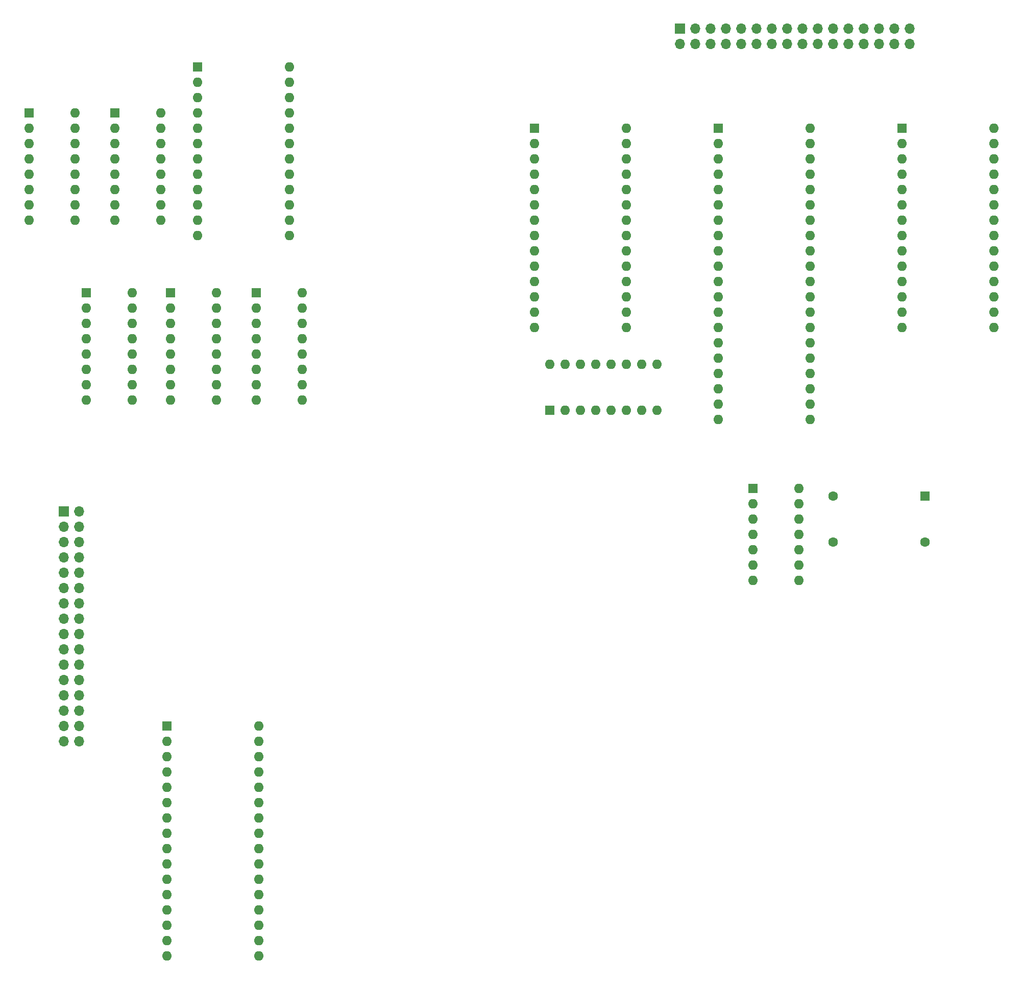
<source format=gbr>
%TF.GenerationSoftware,KiCad,Pcbnew,(6.0.4)*%
%TF.CreationDate,2022-04-27T21:45:16+02:00*%
%TF.ProjectId,z80,7a38302e-6b69-4636-9164-5f7063625858,rev?*%
%TF.SameCoordinates,Original*%
%TF.FileFunction,Soldermask,Bot*%
%TF.FilePolarity,Negative*%
%FSLAX46Y46*%
G04 Gerber Fmt 4.6, Leading zero omitted, Abs format (unit mm)*
G04 Created by KiCad (PCBNEW (6.0.4)) date 2022-04-27 21:45:16*
%MOMM*%
%LPD*%
G01*
G04 APERTURE LIST*
%ADD10R,1.600000X1.600000*%
%ADD11O,1.600000X1.600000*%
%ADD12R,1.700000X1.700000*%
%ADD13O,1.700000X1.700000*%
%ADD14C,1.600000*%
G04 APERTURE END LIST*
D10*
%TO.C,CPU1*%
X132075000Y-52075000D03*
D11*
X132075000Y-54615000D03*
X132075000Y-57155000D03*
X132075000Y-59695000D03*
X132075000Y-62235000D03*
X132075000Y-64775000D03*
X132075000Y-67315000D03*
X132075000Y-69855000D03*
X132075000Y-72395000D03*
X132075000Y-74935000D03*
X132075000Y-77475000D03*
X132075000Y-80015000D03*
X132075000Y-82555000D03*
X132075000Y-85095000D03*
X132075000Y-87635000D03*
X132075000Y-90175000D03*
X132075000Y-92715000D03*
X132075000Y-95255000D03*
X132075000Y-97795000D03*
X132075000Y-100335000D03*
X147315000Y-100335000D03*
X147315000Y-97795000D03*
X147315000Y-95255000D03*
X147315000Y-92715000D03*
X147315000Y-90175000D03*
X147315000Y-87635000D03*
X147315000Y-85095000D03*
X147315000Y-82555000D03*
X147315000Y-80015000D03*
X147315000Y-77475000D03*
X147315000Y-74935000D03*
X147315000Y-72395000D03*
X147315000Y-69855000D03*
X147315000Y-67315000D03*
X147315000Y-64775000D03*
X147315000Y-62235000D03*
X147315000Y-59695000D03*
X147315000Y-57155000D03*
X147315000Y-54615000D03*
X147315000Y-52075000D03*
%TD*%
D10*
%TO.C,SW9*%
X27305000Y-79375000D03*
D11*
X27305000Y-81915000D03*
X27305000Y-84455000D03*
X27305000Y-86995000D03*
X27305000Y-89535000D03*
X27305000Y-92075000D03*
X27305000Y-94615000D03*
X27305000Y-97155000D03*
X34925000Y-97155000D03*
X34925000Y-94615000D03*
X34925000Y-92075000D03*
X34925000Y-89535000D03*
X34925000Y-86995000D03*
X34925000Y-84455000D03*
X34925000Y-81915000D03*
X34925000Y-79375000D03*
%TD*%
D10*
%TO.C,RAM1*%
X162555000Y-52055000D03*
D11*
X162555000Y-54595000D03*
X162555000Y-57135000D03*
X162555000Y-59675000D03*
X162555000Y-62215000D03*
X162555000Y-64755000D03*
X162555000Y-67295000D03*
X162555000Y-69835000D03*
X162555000Y-72375000D03*
X162555000Y-74915000D03*
X162555000Y-77455000D03*
X162555000Y-79995000D03*
X162555000Y-82535000D03*
X162555000Y-85075000D03*
X177795000Y-85075000D03*
X177795000Y-82535000D03*
X177795000Y-79995000D03*
X177795000Y-77455000D03*
X177795000Y-74915000D03*
X177795000Y-72375000D03*
X177795000Y-69835000D03*
X177795000Y-67295000D03*
X177795000Y-64755000D03*
X177795000Y-62215000D03*
X177795000Y-59675000D03*
X177795000Y-57135000D03*
X177795000Y-54595000D03*
X177795000Y-52055000D03*
%TD*%
D10*
%TO.C,SW10*%
X55475000Y-79375000D03*
D11*
X55475000Y-81915000D03*
X55475000Y-84455000D03*
X55475000Y-86995000D03*
X55475000Y-89535000D03*
X55475000Y-92075000D03*
X55475000Y-94615000D03*
X55475000Y-97155000D03*
X63095000Y-97155000D03*
X63095000Y-94615000D03*
X63095000Y-92075000D03*
X63095000Y-89535000D03*
X63095000Y-86995000D03*
X63095000Y-84455000D03*
X63095000Y-81915000D03*
X63095000Y-79375000D03*
%TD*%
D10*
%TO.C,ROM1*%
X101595000Y-52055000D03*
D11*
X101595000Y-54595000D03*
X101595000Y-57135000D03*
X101595000Y-59675000D03*
X101595000Y-62215000D03*
X101595000Y-64755000D03*
X101595000Y-67295000D03*
X101595000Y-69835000D03*
X101595000Y-72375000D03*
X101595000Y-74915000D03*
X101595000Y-77455000D03*
X101595000Y-79995000D03*
X101595000Y-82535000D03*
X101595000Y-85075000D03*
X116835000Y-85075000D03*
X116835000Y-82535000D03*
X116835000Y-79995000D03*
X116835000Y-77455000D03*
X116835000Y-74915000D03*
X116835000Y-72375000D03*
X116835000Y-69835000D03*
X116835000Y-67295000D03*
X116835000Y-64755000D03*
X116835000Y-62215000D03*
X116835000Y-59675000D03*
X116835000Y-57135000D03*
X116835000Y-54595000D03*
X116835000Y-52055000D03*
%TD*%
D12*
%TO.C,J1*%
X125725000Y-35560000D03*
D13*
X125725000Y-38100000D03*
X128265000Y-35560000D03*
X128265000Y-38100000D03*
X130805000Y-35560000D03*
X130805000Y-38100000D03*
X133345000Y-35560000D03*
X133345000Y-38100000D03*
X135885000Y-35560000D03*
X135885000Y-38100000D03*
X138425000Y-35560000D03*
X138425000Y-38100000D03*
X140965000Y-35560000D03*
X140965000Y-38100000D03*
X143505000Y-35560000D03*
X143505000Y-38100000D03*
X146045000Y-35560000D03*
X146045000Y-38100000D03*
X148585000Y-35560000D03*
X148585000Y-38100000D03*
X151125000Y-35560000D03*
X151125000Y-38100000D03*
X153665000Y-35560000D03*
X153665000Y-38100000D03*
X156205000Y-35560000D03*
X156205000Y-38100000D03*
X158745000Y-35560000D03*
X158745000Y-38100000D03*
X161285000Y-35560000D03*
X161285000Y-38100000D03*
X163825000Y-35560000D03*
X163825000Y-38100000D03*
%TD*%
D10*
%TO.C,SW14*%
X32000000Y-49545000D03*
D11*
X32000000Y-52085000D03*
X32000000Y-54625000D03*
X32000000Y-57165000D03*
X32000000Y-59705000D03*
X32000000Y-62245000D03*
X32000000Y-64785000D03*
X32000000Y-67325000D03*
X39620000Y-67325000D03*
X39620000Y-64785000D03*
X39620000Y-62245000D03*
X39620000Y-59705000D03*
X39620000Y-57165000D03*
X39620000Y-54625000D03*
X39620000Y-52085000D03*
X39620000Y-49545000D03*
%TD*%
D10*
%TO.C,CLK1*%
X137805000Y-111755000D03*
D11*
X137805000Y-114295000D03*
X137805000Y-116835000D03*
X137805000Y-119375000D03*
X137805000Y-121915000D03*
X137805000Y-124455000D03*
X137805000Y-126995000D03*
X145425000Y-126995000D03*
X145425000Y-124455000D03*
X145425000Y-121915000D03*
X145425000Y-119375000D03*
X145425000Y-116835000D03*
X145425000Y-114295000D03*
X145425000Y-111755000D03*
%TD*%
D10*
%TO.C,SW13*%
X17800000Y-49545000D03*
D11*
X17800000Y-52085000D03*
X17800000Y-54625000D03*
X17800000Y-57165000D03*
X17800000Y-59705000D03*
X17800000Y-62245000D03*
X17800000Y-64785000D03*
X17800000Y-67325000D03*
X25420000Y-67325000D03*
X25420000Y-64785000D03*
X25420000Y-62245000D03*
X25420000Y-59705000D03*
X25420000Y-57165000D03*
X25420000Y-54625000D03*
X25420000Y-52085000D03*
X25420000Y-49545000D03*
%TD*%
D10*
%TO.C,A1*%
X45715000Y-41905000D03*
D11*
X45715000Y-44445000D03*
X45715000Y-46985000D03*
X45715000Y-49525000D03*
X45715000Y-52065000D03*
X45715000Y-54605000D03*
X45715000Y-57145000D03*
X45715000Y-59685000D03*
X45715000Y-62225000D03*
X45715000Y-64765000D03*
X45715000Y-67305000D03*
X45715000Y-69845000D03*
X60955000Y-69845000D03*
X60955000Y-67305000D03*
X60955000Y-64765000D03*
X60955000Y-62225000D03*
X60955000Y-59685000D03*
X60955000Y-57145000D03*
X60955000Y-54605000D03*
X60955000Y-52065000D03*
X60955000Y-49525000D03*
X60955000Y-46985000D03*
X60955000Y-44445000D03*
X60955000Y-41905000D03*
%TD*%
D10*
%TO.C,SW5*%
X104155000Y-98810000D03*
D11*
X106695000Y-98810000D03*
X109235000Y-98810000D03*
X111775000Y-98810000D03*
X114315000Y-98810000D03*
X116855000Y-98810000D03*
X119395000Y-98810000D03*
X121935000Y-98810000D03*
X121935000Y-91190000D03*
X119395000Y-91190000D03*
X116855000Y-91190000D03*
X114315000Y-91190000D03*
X111775000Y-91190000D03*
X109235000Y-91190000D03*
X106695000Y-91190000D03*
X104155000Y-91190000D03*
%TD*%
D10*
%TO.C,SW12*%
X41275000Y-79375000D03*
D11*
X41275000Y-81915000D03*
X41275000Y-84455000D03*
X41275000Y-86995000D03*
X41275000Y-89535000D03*
X41275000Y-92075000D03*
X41275000Y-94615000D03*
X41275000Y-97155000D03*
X48895000Y-97155000D03*
X48895000Y-94615000D03*
X48895000Y-92075000D03*
X48895000Y-89535000D03*
X48895000Y-86995000D03*
X48895000Y-84455000D03*
X48895000Y-81915000D03*
X48895000Y-79375000D03*
%TD*%
D10*
%TO.C,X8.000Mhz1*%
X166370000Y-113030000D03*
D14*
X151130000Y-113030000D03*
X151130000Y-120650000D03*
X166370000Y-120650000D03*
%TD*%
D12*
%TO.C,J2*%
X23565000Y-115565000D03*
D13*
X26105000Y-115565000D03*
X23565000Y-118105000D03*
X26105000Y-118105000D03*
X23565000Y-120645000D03*
X26105000Y-120645000D03*
X23565000Y-123185000D03*
X26105000Y-123185000D03*
X23565000Y-125725000D03*
X26105000Y-125725000D03*
X23565000Y-128265000D03*
X26105000Y-128265000D03*
X23565000Y-130805000D03*
X26105000Y-130805000D03*
X23565000Y-133345000D03*
X26105000Y-133345000D03*
X23565000Y-135885000D03*
X26105000Y-135885000D03*
X23565000Y-138425000D03*
X26105000Y-138425000D03*
X23565000Y-140965000D03*
X26105000Y-140965000D03*
X23565000Y-143505000D03*
X26105000Y-143505000D03*
X23565000Y-146045000D03*
X26105000Y-146045000D03*
X23565000Y-148585000D03*
X26105000Y-148585000D03*
X23565000Y-151125000D03*
X26105000Y-151125000D03*
X23565000Y-153665000D03*
X26105000Y-153665000D03*
%TD*%
D10*
%TO.C,U23*%
X40635000Y-151130000D03*
D11*
X40635000Y-153670000D03*
X40635000Y-156210000D03*
X40635000Y-158750000D03*
X40635000Y-161290000D03*
X40635000Y-163830000D03*
X40635000Y-166370000D03*
X40635000Y-168910000D03*
X40635000Y-171450000D03*
X40635000Y-173990000D03*
X40635000Y-176530000D03*
X40635000Y-179070000D03*
X40635000Y-181610000D03*
X40635000Y-184150000D03*
X40635000Y-186690000D03*
X40635000Y-189230000D03*
X55875000Y-189230000D03*
X55875000Y-186690000D03*
X55875000Y-184150000D03*
X55875000Y-181610000D03*
X55875000Y-179070000D03*
X55875000Y-176530000D03*
X55875000Y-173990000D03*
X55875000Y-171450000D03*
X55875000Y-168910000D03*
X55875000Y-166370000D03*
X55875000Y-163830000D03*
X55875000Y-161290000D03*
X55875000Y-158750000D03*
X55875000Y-156210000D03*
X55875000Y-153670000D03*
X55875000Y-151130000D03*
%TD*%
M02*

</source>
